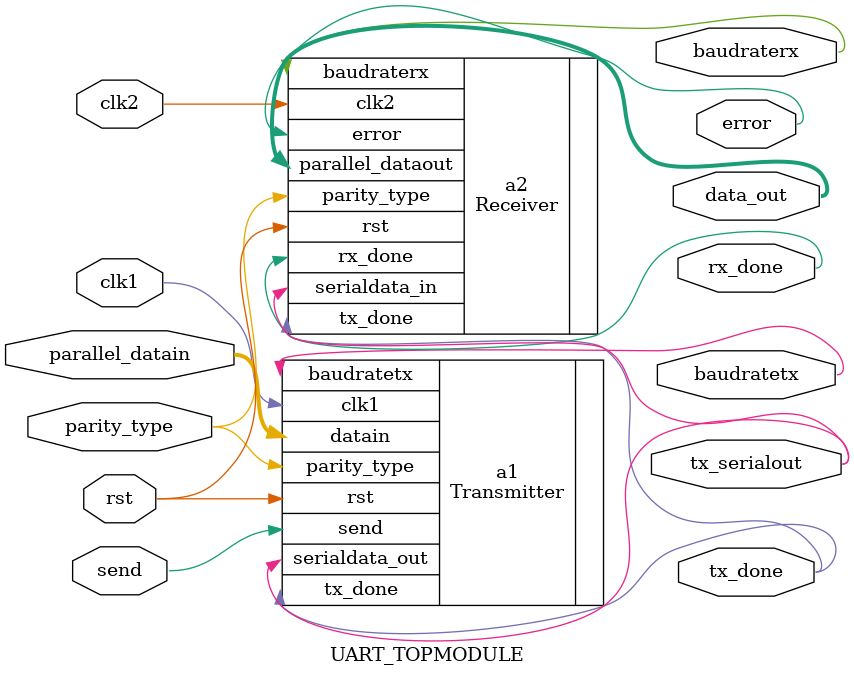
<source format=v>
`timescale 1ns / 1ps
module UART_TOPMODULE
    #(parameter Data_length=8,
                parity_en=0)
     (input [7:0] parallel_datain,
     input clk1,clk2,rst,send,parity_type,
     output tx_serialout,
     output baudratetx,tx_done,error,
     output rx_done,baudraterx,
     output [7:0] data_out);
    
    Transmitter  #( .Data_length(Data_length),.parity_en(parity_en)) a1 (.datain(parallel_datain),.clk1(clk1),.rst(rst),.send(send),.parity_type(parity_type),.baudratetx(baudratetx),.serialdata_out(tx_serialout),.tx_done(tx_done));
    Receiver  #( .Data_length(Data_length),.parity_en(parity_en)) a2 (.serialdata_in(tx_serialout),.clk2(clk2),.rst(rst),.tx_done(tx_done),.parity_type(parity_type),.parallel_dataout(data_out),.error(error), .rx_done(rx_done),.baudraterx(baudraterx));
endmodule

</source>
